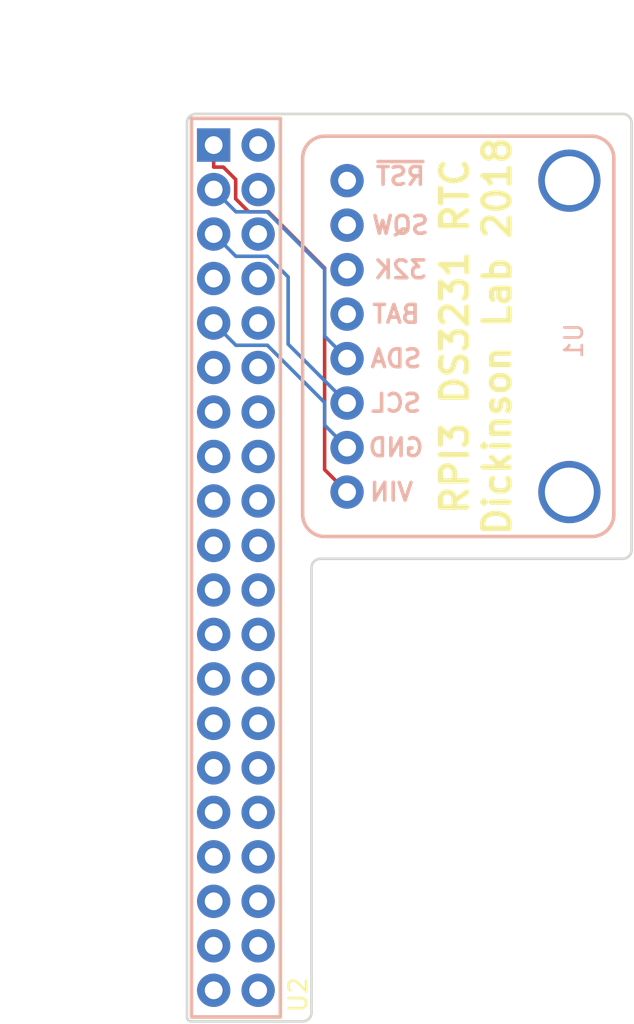
<source format=kicad_pcb>
(kicad_pcb (version 4) (host pcbnew 4.0.7-e2-6376~58~ubuntu16.04.1)

  (general
    (links 4)
    (no_connects 0)
    (area 50.724999 50.724999 76.275001 102.691001)
    (thickness 1.6)
    (drawings 15)
    (tracks 24)
    (zones 0)
    (modules 2)
    (nets 45)
  )

  (page A4)
  (layers
    (0 F.Cu signal)
    (31 B.Cu signal)
    (32 B.Adhes user)
    (33 F.Adhes user)
    (34 B.Paste user)
    (35 F.Paste user)
    (36 B.SilkS user)
    (37 F.SilkS user)
    (38 B.Mask user)
    (39 F.Mask user)
    (40 Dwgs.User user)
    (41 Cmts.User user)
    (42 Eco1.User user)
    (43 Eco2.User user)
    (44 Edge.Cuts user)
    (45 Margin user)
    (46 B.CrtYd user)
    (47 F.CrtYd user)
    (48 B.Fab user)
    (49 F.Fab user)
  )

  (setup
    (last_trace_width 0.2032)
    (trace_clearance 0.2032)
    (zone_clearance 0.508)
    (zone_45_only no)
    (trace_min 0.1524)
    (segment_width 0.2)
    (edge_width 0.15)
    (via_size 0.6858)
    (via_drill 0.3302)
    (via_min_size 0.6858)
    (via_min_drill 0.3302)
    (uvia_size 0.6858)
    (uvia_drill 0.1016)
    (uvias_allowed no)
    (uvia_min_size 0)
    (uvia_min_drill 0)
    (pcb_text_width 0.3)
    (pcb_text_size 1.5 1.5)
    (mod_edge_width 0.15)
    (mod_text_size 1 1)
    (mod_text_width 0.15)
    (pad_size 1.524 1.524)
    (pad_drill 0.762)
    (pad_to_mask_clearance 0.2)
    (aux_axis_origin 0 0)
    (visible_elements FFFFFF7F)
    (pcbplotparams
      (layerselection 0x00030_80000001)
      (usegerberextensions false)
      (excludeedgelayer true)
      (linewidth 0.100000)
      (plotframeref false)
      (viasonmask false)
      (mode 1)
      (useauxorigin false)
      (hpglpennumber 1)
      (hpglpenspeed 20)
      (hpglpendiameter 15)
      (hpglpenoverlay 2)
      (psnegative false)
      (psa4output false)
      (plotreference true)
      (plotvalue true)
      (plotinvisibletext false)
      (padsonsilk false)
      (subtractmaskfromsilk false)
      (outputformat 1)
      (mirror false)
      (drillshape 1)
      (scaleselection 1)
      (outputdirectory ""))
  )

  (net 0 "")
  (net 1 "Net-(U1-Pad1)")
  (net 2 "Net-(U1-Pad2)")
  (net 3 "Net-(U1-Pad3)")
  (net 4 "Net-(U1-Pad4)")
  (net 5 "Net-(U1-Pad5)")
  (net 6 "Net-(U1-Pad6)")
  (net 7 "Net-(U1-Pad7)")
  (net 8 "Net-(U1-Pad8)")
  (net 9 "Net-(U2-Pad2)")
  (net 10 "Net-(U2-Pad4)")
  (net 11 "Net-(U2-Pad6)")
  (net 12 "Net-(U2-Pad7)")
  (net 13 "Net-(U2-Pad8)")
  (net 14 "Net-(U2-Pad10)")
  (net 15 "Net-(U2-Pad11)")
  (net 16 "Net-(U2-Pad12)")
  (net 17 "Net-(U2-Pad13)")
  (net 18 "Net-(U2-Pad14)")
  (net 19 "Net-(U2-Pad15)")
  (net 20 "Net-(U2-Pad16)")
  (net 21 "Net-(U2-Pad17)")
  (net 22 "Net-(U2-Pad18)")
  (net 23 "Net-(U2-Pad19)")
  (net 24 "Net-(U2-Pad20)")
  (net 25 "Net-(U2-Pad21)")
  (net 26 "Net-(U2-Pad22)")
  (net 27 "Net-(U2-Pad23)")
  (net 28 "Net-(U2-Pad24)")
  (net 29 "Net-(U2-Pad25)")
  (net 30 "Net-(U2-Pad26)")
  (net 31 "Net-(U2-Pad27)")
  (net 32 "Net-(U2-Pad28)")
  (net 33 "Net-(U2-Pad29)")
  (net 34 "Net-(U2-Pad30)")
  (net 35 "Net-(U2-Pad31)")
  (net 36 "Net-(U2-Pad32)")
  (net 37 "Net-(U2-Pad33)")
  (net 38 "Net-(U2-Pad34)")
  (net 39 "Net-(U2-Pad35)")
  (net 40 "Net-(U2-Pad36)")
  (net 41 "Net-(U2-Pad37)")
  (net 42 "Net-(U2-Pad38)")
  (net 43 "Net-(U2-Pad39)")
  (net 44 "Net-(U2-Pad40)")

  (net_class Default "This is the default net class."
    (clearance 0.2032)
    (trace_width 0.2032)
    (via_dia 0.6858)
    (via_drill 0.3302)
    (uvia_dia 0.6858)
    (uvia_drill 0.1016)
    (add_net "Net-(U1-Pad1)")
    (add_net "Net-(U1-Pad2)")
    (add_net "Net-(U1-Pad3)")
    (add_net "Net-(U1-Pad4)")
    (add_net "Net-(U1-Pad5)")
    (add_net "Net-(U1-Pad6)")
    (add_net "Net-(U1-Pad7)")
    (add_net "Net-(U1-Pad8)")
    (add_net "Net-(U2-Pad10)")
    (add_net "Net-(U2-Pad11)")
    (add_net "Net-(U2-Pad12)")
    (add_net "Net-(U2-Pad13)")
    (add_net "Net-(U2-Pad14)")
    (add_net "Net-(U2-Pad15)")
    (add_net "Net-(U2-Pad16)")
    (add_net "Net-(U2-Pad17)")
    (add_net "Net-(U2-Pad18)")
    (add_net "Net-(U2-Pad19)")
    (add_net "Net-(U2-Pad2)")
    (add_net "Net-(U2-Pad20)")
    (add_net "Net-(U2-Pad21)")
    (add_net "Net-(U2-Pad22)")
    (add_net "Net-(U2-Pad23)")
    (add_net "Net-(U2-Pad24)")
    (add_net "Net-(U2-Pad25)")
    (add_net "Net-(U2-Pad26)")
    (add_net "Net-(U2-Pad27)")
    (add_net "Net-(U2-Pad28)")
    (add_net "Net-(U2-Pad29)")
    (add_net "Net-(U2-Pad30)")
    (add_net "Net-(U2-Pad31)")
    (add_net "Net-(U2-Pad32)")
    (add_net "Net-(U2-Pad33)")
    (add_net "Net-(U2-Pad34)")
    (add_net "Net-(U2-Pad35)")
    (add_net "Net-(U2-Pad36)")
    (add_net "Net-(U2-Pad37)")
    (add_net "Net-(U2-Pad38)")
    (add_net "Net-(U2-Pad39)")
    (add_net "Net-(U2-Pad4)")
    (add_net "Net-(U2-Pad40)")
    (add_net "Net-(U2-Pad6)")
    (add_net "Net-(U2-Pad7)")
    (add_net "Net-(U2-Pad8)")
  )

  (module ADAFRUIT_DS3231:ADAFRUIT_DS3231 (layer B.Cu) (tedit 5ABEDC69) (tstamp 5ABED724)
    (at 59.944 63.5)
    (path /5ABEAF6D)
    (fp_text reference U1 (at 12.954 0.254 90) (layer B.SilkS)
      (effects (font (size 1 1) (thickness 0.15)) (justify mirror))
    )
    (fp_text value adafruit_DS3231 (at 7.62 0 270) (layer B.Fab)
      (effects (font (size 1 1) (thickness 0.15)) (justify mirror))
    )
    (fp_line (start -1.27 11.43) (end 13.97 11.43) (layer B.SilkS) (width 0.2032))
    (fp_line (start -2.54 -10.16) (end -2.54 10.16) (layer B.SilkS) (width 0.2032))
    (fp_line (start 13.97 -11.43) (end -1.27 -11.43) (layer B.SilkS) (width 0.2032))
    (fp_line (start 15.24 10.16) (end 15.24 -10.16) (layer B.SilkS) (width 0.2032))
    (fp_arc (start -1.27 -10.16) (end -1.27 -11.43) (angle -90) (layer B.SilkS) (width 0.2032))
    (fp_arc (start 13.97 -10.16) (end 15.24 -10.16) (angle -90) (layer B.SilkS) (width 0.2032))
    (fp_arc (start 13.97 10.16) (end 13.97 11.43) (angle -90) (layer B.SilkS) (width 0.2032))
    (fp_arc (start -1.27 10.16) (end -2.54 10.16) (angle -90) (layer B.SilkS) (width 0.2032))
    (fp_text user ~RST (at 3.048 -9.144) (layer B.SilkS)
      (effects (font (size 1.016 1.016) (thickness 0.2032)) (justify mirror))
    )
    (fp_text user SQW (at 3.048 -6.35) (layer B.SilkS)
      (effects (font (size 1.016 1.016) (thickness 0.2032)) (justify mirror))
    )
    (fp_text user 32K (at 3.048 -3.81) (layer B.SilkS)
      (effects (font (size 1.016 1.016) (thickness 0.2032)) (justify mirror))
    )
    (fp_text user BAT (at 2.794 -1.27) (layer B.SilkS)
      (effects (font (size 1.016 1.016) (thickness 0.2032)) (justify mirror))
    )
    (fp_text user SDA (at 2.794 1.27) (layer B.SilkS)
      (effects (font (size 1.016 1.016) (thickness 0.2032)) (justify mirror))
    )
    (fp_text user SCL (at 2.794 3.81) (layer B.SilkS)
      (effects (font (size 1.016 1.016) (thickness 0.2032)) (justify mirror))
    )
    (fp_text user GND (at 2.794 6.35) (layer B.SilkS)
      (effects (font (size 1.016 1.016) (thickness 0.2032)) (justify mirror))
    )
    (fp_text user VIN (at 2.54 8.89) (layer B.SilkS)
      (effects (font (size 1.016 1.016) (thickness 0.2032)) (justify mirror))
    )
    (pad 1 thru_hole circle (at 0 8.89) (size 1.905 1.905) (drill 1.016) (layers *.Cu *.Mask)
      (net 1 "Net-(U1-Pad1)"))
    (pad 2 thru_hole circle (at 0 6.35) (size 1.905 1.905) (drill 1.016) (layers *.Cu *.Mask)
      (net 2 "Net-(U1-Pad2)"))
    (pad 3 thru_hole circle (at 0 3.81) (size 1.905 1.905) (drill 1.016) (layers *.Cu *.Mask)
      (net 3 "Net-(U1-Pad3)"))
    (pad 4 thru_hole circle (at 0 1.27) (size 1.905 1.905) (drill 1.016) (layers *.Cu *.Mask)
      (net 4 "Net-(U1-Pad4)"))
    (pad 5 thru_hole circle (at 0 -1.27) (size 1.905 1.905) (drill 1.016) (layers *.Cu *.Mask)
      (net 5 "Net-(U1-Pad5)"))
    (pad 6 thru_hole circle (at 0 -3.81) (size 1.905 1.905) (drill 1.016) (layers *.Cu *.Mask)
      (net 6 "Net-(U1-Pad6)"))
    (pad 7 thru_hole circle (at 0 -6.35) (size 1.905 1.905) (drill 1.016) (layers *.Cu *.Mask)
      (net 7 "Net-(U1-Pad7)"))
    (pad 8 thru_hole circle (at 0 -8.89) (size 1.905 1.905) (drill 1.016) (layers *.Cu *.Mask)
      (net 8 "Net-(U1-Pad8)"))
    (pad "" thru_hole circle (at 12.7 8.89) (size 3.556 3.556) (drill 2.794) (layers *.Cu *.Mask))
    (pad "" thru_hole circle (at 12.7 -8.89) (size 3.556 3.556) (drill 2.794) (layers *.Cu *.Mask))
  )

  (module PIN_ARRAY_2x20:PIN_ARRAY_2X20 (layer F.Cu) (tedit 5ABEDC74) (tstamp 5ABEDB6C)
    (at 53.594 76.708)
    (path /5ABEADAC)
    (fp_text reference U2 (at 3.556 24.384 90) (layer F.SilkS)
      (effects (font (size 1 1) (thickness 0.15)))
    )
    (fp_text value RPI3B (at -3.81 -23.368 90) (layer F.Fab) hide
      (effects (font (size 1 1) (thickness 0.15)))
    )
    (fp_line (start -2.54 -25.654) (end 2.54 -25.654) (layer F.SilkS) (width 0.2032))
    (fp_line (start 2.54 -25.654) (end 2.54 25.654) (layer F.SilkS) (width 0.2032))
    (fp_line (start 2.54 25.654) (end -2.54 25.654) (layer F.SilkS) (width 0.2032))
    (fp_line (start -2.54 25.654) (end -2.54 -25.654) (layer F.SilkS) (width 0.2032))
    (fp_line (start 0 -25.654) (end 2.54 -25.654) (layer B.SilkS) (width 0.2032))
    (fp_line (start 2.54 -25.654) (end 2.54 25.654) (layer B.SilkS) (width 0.2032))
    (fp_line (start 2.54 25.654) (end -2.54 25.654) (layer B.SilkS) (width 0.2032))
    (fp_line (start -2.54 25.654) (end -2.54 -25.654) (layer B.SilkS) (width 0.2032))
    (fp_line (start -2.54 -25.654) (end 0 -25.654) (layer B.SilkS) (width 0.2032))
    (pad 1 thru_hole rect (at -1.27 -24.13) (size 1.905 1.905) (drill 1.016) (layers *.Cu *.Mask)
      (net 1 "Net-(U1-Pad1)"))
    (pad 2 thru_hole circle (at 1.27 -24.13) (size 1.905 1.905) (drill 1.016) (layers *.Cu *.Mask)
      (net 9 "Net-(U2-Pad2)"))
    (pad 3 thru_hole circle (at -1.27 -21.59) (size 1.905 1.905) (drill 1.016) (layers *.Cu *.Mask)
      (net 4 "Net-(U1-Pad4)"))
    (pad 4 thru_hole circle (at 1.27 -21.59) (size 1.905 1.905) (drill 1.016) (layers *.Cu *.Mask)
      (net 10 "Net-(U2-Pad4)"))
    (pad 5 thru_hole circle (at -1.27 -19.05) (size 1.905 1.905) (drill 1.016) (layers *.Cu *.Mask)
      (net 3 "Net-(U1-Pad3)"))
    (pad 6 thru_hole circle (at 1.27 -19.05) (size 1.905 1.905) (drill 1.016) (layers *.Cu *.Mask)
      (net 11 "Net-(U2-Pad6)"))
    (pad 7 thru_hole circle (at -1.27 -16.51) (size 1.905 1.905) (drill 1.016) (layers *.Cu *.Mask)
      (net 12 "Net-(U2-Pad7)"))
    (pad 8 thru_hole circle (at 1.27 -16.51) (size 1.905 1.905) (drill 1.016) (layers *.Cu *.Mask)
      (net 13 "Net-(U2-Pad8)"))
    (pad 9 thru_hole circle (at -1.27 -13.97) (size 1.905 1.905) (drill 1.016) (layers *.Cu *.Mask)
      (net 2 "Net-(U1-Pad2)"))
    (pad 10 thru_hole circle (at 1.27 -13.97) (size 1.905 1.905) (drill 1.016) (layers *.Cu *.Mask)
      (net 14 "Net-(U2-Pad10)"))
    (pad 11 thru_hole circle (at -1.27 -11.43) (size 1.905 1.905) (drill 1.016) (layers *.Cu *.Mask)
      (net 15 "Net-(U2-Pad11)"))
    (pad 12 thru_hole circle (at 1.27 -11.43) (size 1.905 1.905) (drill 1.016) (layers *.Cu *.Mask)
      (net 16 "Net-(U2-Pad12)"))
    (pad 13 thru_hole circle (at -1.27 -8.89) (size 1.905 1.905) (drill 1.016) (layers *.Cu *.Mask)
      (net 17 "Net-(U2-Pad13)"))
    (pad 14 thru_hole circle (at 1.27 -8.89) (size 1.905 1.905) (drill 1.016) (layers *.Cu *.Mask)
      (net 18 "Net-(U2-Pad14)"))
    (pad 15 thru_hole circle (at -1.27 -6.35) (size 1.905 1.905) (drill 1.016) (layers *.Cu *.Mask)
      (net 19 "Net-(U2-Pad15)"))
    (pad 16 thru_hole circle (at 1.27 -6.35) (size 1.905 1.905) (drill 1.016) (layers *.Cu *.Mask)
      (net 20 "Net-(U2-Pad16)"))
    (pad 17 thru_hole circle (at -1.27 -3.81) (size 1.905 1.905) (drill 1.016) (layers *.Cu *.Mask)
      (net 21 "Net-(U2-Pad17)"))
    (pad 18 thru_hole circle (at 1.27 -3.81) (size 1.905 1.905) (drill 1.016) (layers *.Cu *.Mask)
      (net 22 "Net-(U2-Pad18)"))
    (pad 19 thru_hole circle (at -1.27 -1.27) (size 1.905 1.905) (drill 1.016) (layers *.Cu *.Mask)
      (net 23 "Net-(U2-Pad19)"))
    (pad 20 thru_hole circle (at 1.27 -1.27) (size 1.905 1.905) (drill 1.016) (layers *.Cu *.Mask)
      (net 24 "Net-(U2-Pad20)"))
    (pad 21 thru_hole circle (at -1.27 1.27) (size 1.905 1.905) (drill 1.016) (layers *.Cu *.Mask)
      (net 25 "Net-(U2-Pad21)"))
    (pad 22 thru_hole circle (at 1.27 1.27) (size 1.905 1.905) (drill 1.016) (layers *.Cu *.Mask)
      (net 26 "Net-(U2-Pad22)"))
    (pad 23 thru_hole circle (at -1.27 3.81) (size 1.905 1.905) (drill 1.016) (layers *.Cu *.Mask)
      (net 27 "Net-(U2-Pad23)"))
    (pad 24 thru_hole circle (at 1.27 3.81) (size 1.905 1.905) (drill 1.016) (layers *.Cu *.Mask)
      (net 28 "Net-(U2-Pad24)"))
    (pad 25 thru_hole circle (at -1.27 6.35) (size 1.905 1.905) (drill 1.016) (layers *.Cu *.Mask)
      (net 29 "Net-(U2-Pad25)"))
    (pad 26 thru_hole circle (at 1.27 6.35) (size 1.905 1.905) (drill 1.016) (layers *.Cu *.Mask)
      (net 30 "Net-(U2-Pad26)"))
    (pad 27 thru_hole circle (at -1.27 8.89) (size 1.905 1.905) (drill 1.016) (layers *.Cu *.Mask)
      (net 31 "Net-(U2-Pad27)"))
    (pad 28 thru_hole circle (at 1.27 8.89) (size 1.905 1.905) (drill 1.016) (layers *.Cu *.Mask)
      (net 32 "Net-(U2-Pad28)"))
    (pad 29 thru_hole circle (at -1.27 11.43) (size 1.905 1.905) (drill 1.016) (layers *.Cu *.Mask)
      (net 33 "Net-(U2-Pad29)"))
    (pad 30 thru_hole circle (at 1.27 11.43) (size 1.905 1.905) (drill 1.016) (layers *.Cu *.Mask)
      (net 34 "Net-(U2-Pad30)"))
    (pad 31 thru_hole circle (at -1.27 13.97) (size 1.905 1.905) (drill 1.016) (layers *.Cu *.Mask)
      (net 35 "Net-(U2-Pad31)"))
    (pad 32 thru_hole circle (at 1.27 13.97) (size 1.905 1.905) (drill 1.016) (layers *.Cu *.Mask)
      (net 36 "Net-(U2-Pad32)"))
    (pad 33 thru_hole circle (at -1.27 16.51) (size 1.905 1.905) (drill 1.016) (layers *.Cu *.Mask)
      (net 37 "Net-(U2-Pad33)"))
    (pad 34 thru_hole circle (at 1.27 16.51) (size 1.905 1.905) (drill 1.016) (layers *.Cu *.Mask)
      (net 38 "Net-(U2-Pad34)"))
    (pad 35 thru_hole circle (at -1.27 19.05) (size 1.905 1.905) (drill 1.016) (layers *.Cu *.Mask)
      (net 39 "Net-(U2-Pad35)"))
    (pad 36 thru_hole circle (at 1.27 19.05) (size 1.905 1.905) (drill 1.016) (layers *.Cu *.Mask)
      (net 40 "Net-(U2-Pad36)"))
    (pad 37 thru_hole circle (at -1.27 21.59) (size 1.905 1.905) (drill 1.016) (layers *.Cu *.Mask)
      (net 41 "Net-(U2-Pad37)"))
    (pad 38 thru_hole circle (at 1.27 21.59) (size 1.905 1.905) (drill 1.016) (layers *.Cu *.Mask)
      (net 42 "Net-(U2-Pad38)"))
    (pad 39 thru_hole circle (at -1.27 24.13) (size 1.905 1.905) (drill 1.016) (layers *.Cu *.Mask)
      (net 43 "Net-(U2-Pad39)"))
    (pad 40 thru_hole circle (at 1.27 24.13) (size 1.905 1.905) (drill 1.016) (layers *.Cu *.Mask)
      (net 44 "Net-(U2-Pad40)"))
  )

  (gr_text "RPI3 DS3231 RTC\nDickinson Lab 2018" (at 67.31 63.5 90) (layer F.SilkS)
    (effects (font (size 1.5 1.5) (thickness 0.3)))
  )
  (dimension 25.4 (width 0.3) (layer Dwgs.User)
    (gr_text "1.0000 in" (at 63.5 46.148) (layer Dwgs.User)
      (effects (font (size 1.5 1.5) (thickness 0.3)))
    )
    (feature1 (pts (xy 76.2 51.308) (xy 76.2 44.798)))
    (feature2 (pts (xy 50.8 51.308) (xy 50.8 44.798)))
    (crossbar (pts (xy 50.8 47.498) (xy 76.2 47.498)))
    (arrow1a (pts (xy 76.2 47.498) (xy 75.073496 48.084421)))
    (arrow1b (pts (xy 76.2 47.498) (xy 75.073496 46.911579)))
    (arrow2a (pts (xy 50.8 47.498) (xy 51.926504 48.084421)))
    (arrow2b (pts (xy 50.8 47.498) (xy 51.926504 46.911579)))
  )
  (gr_line (start 50.8 51.308) (end 50.8 102.362) (angle 90) (layer Edge.Cuts) (width 0.15))
  (gr_line (start 75.692 50.8) (end 51.308 50.8) (angle 90) (layer Edge.Cuts) (width 0.15))
  (gr_line (start 76.2 75.692) (end 76.2 51.308) (angle 90) (layer Edge.Cuts) (width 0.15))
  (gr_line (start 58.42 76.2) (end 75.692 76.2) (angle 90) (layer Edge.Cuts) (width 0.15))
  (gr_line (start 57.912 102.108) (end 57.912 76.708) (angle 90) (layer Edge.Cuts) (width 0.15))
  (gr_line (start 51.054 102.616) (end 57.404 102.616) (angle 90) (layer Edge.Cuts) (width 0.15))
  (gr_arc (start 51.054 102.362) (end 51.054 102.616) (angle 90) (layer Edge.Cuts) (width 0.15))
  (gr_arc (start 57.404 102.108) (end 57.912 102.108) (angle 90) (layer Edge.Cuts) (width 0.15))
  (gr_arc (start 58.42 76.708) (end 57.912 76.708) (angle 90) (layer Edge.Cuts) (width 0.15))
  (gr_arc (start 75.692 75.692) (end 76.2 75.692) (angle 90) (layer Edge.Cuts) (width 0.15))
  (gr_arc (start 75.692 51.308) (end 75.692 50.8) (angle 90) (layer Edge.Cuts) (width 0.15))
  (gr_arc (start 51.308 51.308) (end 50.8 51.308) (angle 90) (layer Edge.Cuts) (width 0.15))
  (dimension 51.816 (width 0.3) (layer Dwgs.User)
    (gr_text "2.0400 in" (at 46.402001 76.708 270) (layer Dwgs.User)
      (effects (font (size 1.5 1.5) (thickness 0.3)))
    )
    (feature1 (pts (xy 50.8 102.616) (xy 45.052001 102.616)))
    (feature2 (pts (xy 50.8 50.8) (xy 45.052001 50.8)))
    (crossbar (pts (xy 47.752001 50.8) (xy 47.752001 102.616)))
    (arrow1a (pts (xy 47.752001 102.616) (xy 47.16558 101.489496)))
    (arrow1b (pts (xy 47.752001 102.616) (xy 48.338422 101.489496)))
    (arrow2a (pts (xy 47.752001 50.8) (xy 47.16558 51.926504)))
    (arrow2b (pts (xy 47.752001 50.8) (xy 48.338422 51.926504)))
  )

  (segment (start 58.6617 71.1077) (end 59.944 72.39) (width 0.2032) (layer F.Cu) (net 1))
  (segment (start 58.6617 59.6022) (end 58.6617 71.1077) (width 0.2032) (layer F.Cu) (net 1))
  (segment (start 55.4475 56.388) (end 58.6617 59.6022) (width 0.2032) (layer F.Cu) (net 1))
  (segment (start 54.3239 56.388) (end 55.4475 56.388) (width 0.2032) (layer F.Cu) (net 1))
  (segment (start 53.5816 55.6457) (end 54.3239 56.388) (width 0.2032) (layer F.Cu) (net 1))
  (segment (start 53.5816 54.5429) (end 53.5816 55.6457) (width 0.2032) (layer F.Cu) (net 1))
  (segment (start 52.8743 53.8356) (end 53.5816 54.5429) (width 0.2032) (layer F.Cu) (net 1))
  (segment (start 52.324 53.8356) (end 52.8743 53.8356) (width 0.2032) (layer F.Cu) (net 1))
  (segment (start 52.324 52.578) (end 52.324 53.8356) (width 0.2032) (layer F.Cu) (net 1))
  (segment (start 58.6617 68.5677) (end 59.944 69.85) (width 0.2032) (layer B.Cu) (net 2))
  (segment (start 58.6617 67.2799) (end 58.6617 68.5677) (width 0.2032) (layer B.Cu) (net 2))
  (segment (start 55.3898 64.008) (end 58.6617 67.2799) (width 0.2032) (layer B.Cu) (net 2))
  (segment (start 53.594 64.008) (end 55.3898 64.008) (width 0.2032) (layer B.Cu) (net 2))
  (segment (start 52.324 62.738) (end 53.594 64.008) (width 0.2032) (layer B.Cu) (net 2))
  (segment (start 53.594 58.928) (end 52.324 57.658) (width 0.2032) (layer B.Cu) (net 3))
  (segment (start 55.3986 58.928) (end 53.594 58.928) (width 0.2032) (layer B.Cu) (net 3))
  (segment (start 56.5776 60.107) (end 55.3986 58.928) (width 0.2032) (layer B.Cu) (net 3))
  (segment (start 56.5776 63.9436) (end 56.5776 60.107) (width 0.2032) (layer B.Cu) (net 3))
  (segment (start 59.944 67.31) (end 56.5776 63.9436) (width 0.2032) (layer B.Cu) (net 3))
  (segment (start 58.6617 63.4877) (end 59.944 64.77) (width 0.2032) (layer B.Cu) (net 4))
  (segment (start 58.6617 59.6692) (end 58.6617 63.4877) (width 0.2032) (layer B.Cu) (net 4))
  (segment (start 55.3805 56.388) (end 58.6617 59.6692) (width 0.2032) (layer B.Cu) (net 4))
  (segment (start 53.594 56.388) (end 55.3805 56.388) (width 0.2032) (layer B.Cu) (net 4))
  (segment (start 52.324 55.118) (end 53.594 56.388) (width 0.2032) (layer B.Cu) (net 4))

)

</source>
